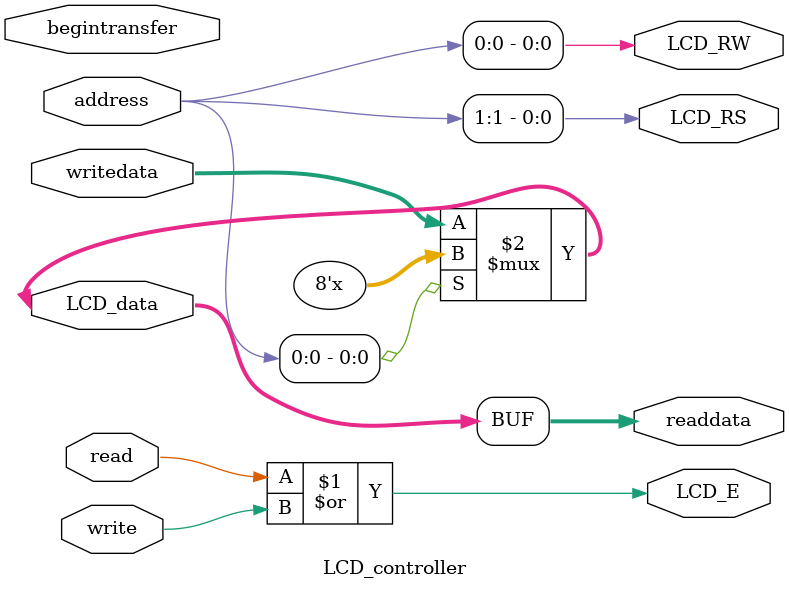
<source format=v>

`timescale 1ns / 1ps
// synthesis translate_on

// turn off superfluous verilog processor warnings 
// altera message_level Level1 
// altera message_off 10034 10035 10036 10037 10230 10240 10030 

module LCD_controller (
                        // inputs:
                         address,
                         begintransfer,
                         read,
                         write,
                         writedata,

                        // outputs:
                         LCD_E,
                         LCD_RS,
                         LCD_RW,
                         LCD_data,
                         readdata
                      )
;

  output           LCD_E;
  output           LCD_RS;
  output           LCD_RW;
  inout   [  7: 0] LCD_data;
  output  [  7: 0] readdata;
  input   [  1: 0] address;
  input            begintransfer;
  input            read;
  input            write;
  input   [  7: 0] writedata;

  wire             LCD_E;
  wire             LCD_RS;
  wire             LCD_RW;
  wire    [  7: 0] LCD_data;
  wire    [  7: 0] readdata;
  assign LCD_RW = address[0];
  assign LCD_RS = address[1];
  assign LCD_E = read | write;
  assign LCD_data = (address[0]) ? 8'bz : writedata;
  assign readdata = LCD_data;
  //control_slave, which is an e_avalon_slave

endmodule


</source>
